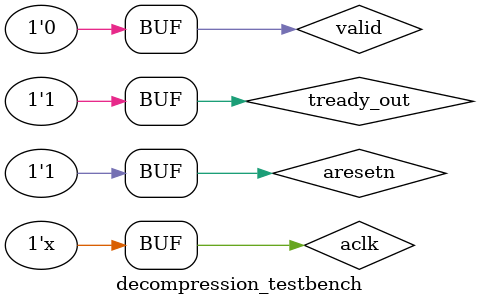
<source format=v>
`timescale 1ns / 1ps


module decompression_testbench(
    );
    
// this module will read test packets from BRAM and 
// convert them into AXIS traffic, which will be 
// fed into decompression design
    
reg aclk, aresetn;

// input to DUT
wire [255:0] tdata_in;
wire [31:0] tkeep_in;
wire tvalid_in, tlast_in;
wire tready_in;
// output from DUT
wire [255:0] tdata_out;
wire [31:0] tkeep_out;
wire tvalid_out, tlast_out;
wire tready_out;

assign tready_out = 1'b1;
    
decompression decompression_inst(
    .tdata_in(tdata_in), 
    .tkeep_in(tkeep_in), 
    .tvalid_in(tvalid_in), 
    .tready_in(tready_in), 
    .tlast_in(tlast_in), 
    
    .tdata_out(tdata_out), 
    .tkeep_out(tkeep_out), 
    .tvalid_out(tvalid_out), 
    .tready_out(tready_out), 
    .tlast_out(tlast_out)
);

// interfaces from DMA controller to DMA
wire m_axi_lite_awvalid;
wire m_axi_lite_awready;
wire [9:0] m_axi_lite_awaddr;
wire m_axi_lite_wvalid;
wire m_axi_lite_wready;
wire [31:0] m_axi_lite_wdata;

// interfaces from DMA to SG BRAM
wire [31 : 0] m_axi_sg_awaddr;
wire [7 : 0] m_axi_sg_awlen;
wire [2 : 0] m_axi_sg_awsize;
wire [1 : 0] m_axi_sg_awburst;
wire [2 : 0] m_axi_sg_awprot;
wire [3 : 0] m_axi_sg_awcache;
wire m_axi_sg_awvalid;
wire m_axi_sg_awready;
wire [31 : 0] m_axi_sg_wdata;
wire [3 : 0] m_axi_sg_wstrb;
wire m_axi_sg_wlast;
wire m_axi_sg_wvalid;
wire m_axi_sg_wready;
wire [1 : 0] m_axi_sg_bresp;
wire m_axi_sg_bvalid;
wire m_axi_sg_bready;
wire [31 : 0] m_axi_sg_araddr;
wire [7 : 0] m_axi_sg_arlen;
wire [2 : 0] m_axi_sg_arsize;
wire [1 : 0] m_axi_sg_arburst;
wire [2 : 0] m_axi_sg_arprot;
wire [3 : 0] m_axi_sg_arcache;
wire m_axi_sg_arvalid;
wire m_axi_sg_arready;
wire [31 : 0] m_axi_sg_rdata;
wire [1 : 0] m_axi_sg_rresp;
wire m_axi_sg_rlast;
wire m_axi_sg_rvalid;
wire m_axi_sg_rready;

// interfaces from DMA to data BRAM 
wire [31 : 0] m_axi_mm2s_araddr;
wire [7 : 0] m_axi_mm2s_arlen;
wire [2 : 0] m_axi_mm2s_arsize;
wire [1 : 0] m_axi_mm2s_arburst;
wire [2 : 0] m_axi_mm2s_arprot;
wire [3 : 0] m_axi_mm2s_arcache;
wire m_axi_mm2s_arvalid;
wire m_axi_mm2s_arready;
wire [255 : 0] m_axi_mm2s_rdata;
wire [1 : 0] m_axi_mm2s_rresp;
wire m_axi_mm2s_rlast;
wire m_axi_mm2s_rvalid;
wire m_axi_mm2s_rready;

wire mm2s_introut;

axi_dma_0 dma (
  .s_axi_lite_aclk(aclk),                // input wire s_axi_lite_aclk
  .m_axi_sg_aclk(aclk),                    // input wire m_axi_sg_aclk
  .m_axi_mm2s_aclk(aclk),                // input wire m_axi_mm2s_aclk
  .axi_resetn(aresetn),                          // input wire axi_resetn
  
  .s_axi_lite_awvalid(m_axi_lite_awvalid),          // input wire s_axi_lite_awvalid
  .s_axi_lite_awready(m_axi_lite_awready),          // output wire s_axi_lite_awready
  .s_axi_lite_awaddr(m_axi_lite_awaddr),            // input wire [9 : 0] s_axi_lite_awaddr
  .s_axi_lite_wvalid(m_axi_lite_wvalid),            // input wire s_axi_lite_wvalid
  .s_axi_lite_wready(m_axi_lite_wready),            // output wire s_axi_lite_wready
  .s_axi_lite_wdata(m_axi_lite_wdata),              // input wire [31 : 0] s_axi_lite_wdata
  .s_axi_lite_bresp(),              // output wire [1 : 0] s_axi_lite_bresp
  .s_axi_lite_bvalid(),            // output wire s_axi_lite_bvalid
  .s_axi_lite_bready(1'b1),            // input wire s_axi_lite_bready
  .s_axi_lite_arvalid(1'b0),          // input wire s_axi_lite_arvalid
  .s_axi_lite_arready(),          // output wire s_axi_lite_arready
  .s_axi_lite_araddr(10'b0),            // input wire [9 : 0] s_axi_lite_araddr
  .s_axi_lite_rvalid(),            // output wire s_axi_lite_rvalid
  .s_axi_lite_rready(1'b1),            // input wire s_axi_lite_rready
  .s_axi_lite_rdata(),              // output wire [31 : 0] s_axi_lite_rdata
  .s_axi_lite_rresp(),              // output wire [1 : 0] s_axi_lite_rresp
  
  .m_axi_sg_awaddr(m_axi_sg_awaddr),                // output wire [31 : 0] m_axi_sg_awaddr
  .m_axi_sg_awlen(m_axi_sg_awlen),                  // output wire [7 : 0] m_axi_sg_awlen
  .m_axi_sg_awsize(m_axi_sg_awsize),                // output wire [2 : 0] m_axi_sg_awsize
  .m_axi_sg_awburst(m_axi_sg_awburst),              // output wire [1 : 0] m_axi_sg_awburst
  .m_axi_sg_awprot(m_axi_sg_awprot),                // output wire [2 : 0] m_axi_sg_awprot
  .m_axi_sg_awcache(m_axi_sg_awcache),              // output wire [3 : 0] m_axi_sg_awcache
  .m_axi_sg_awvalid(m_axi_sg_awvalid),              // output wire m_axi_sg_awvalid
  .m_axi_sg_awready(m_axi_sg_awready),              // input wire m_axi_sg_awready
  .m_axi_sg_wdata(m_axi_sg_wdata),                  // output wire [31 : 0] m_axi_sg_wdata
  .m_axi_sg_wstrb(m_axi_sg_wstrb),                  // output wire [3 : 0] m_axi_sg_wstrb
  .m_axi_sg_wlast(m_axi_sg_wlast),                  // output wire m_axi_sg_wlast
  .m_axi_sg_wvalid(m_axi_sg_wvalid),                // output wire m_axi_sg_wvalid
  .m_axi_sg_wready(m_axi_sg_wready),                // input wire m_axi_sg_wready
  .m_axi_sg_bresp(m_axi_sg_bresp),                  // input wire [1 : 0] m_axi_sg_bresp
  .m_axi_sg_bvalid(m_axi_sg_bvalid),                // input wire m_axi_sg_bvalid
  .m_axi_sg_bready(m_axi_sg_bready),                // output wire m_axi_sg_bready
  .m_axi_sg_araddr(m_axi_sg_araddr),                // output wire [31 : 0] m_axi_sg_araddr
  .m_axi_sg_arlen(m_axi_sg_arlen),                  // output wire [7 : 0] m_axi_sg_arlen
  .m_axi_sg_arsize(m_axi_sg_arsize),                // output wire [2 : 0] m_axi_sg_arsize
  .m_axi_sg_arburst(m_axi_sg_arburst),              // output wire [1 : 0] m_axi_sg_arburst
  .m_axi_sg_arprot(m_axi_sg_arprot),                // output wire [2 : 0] m_axi_sg_arprot
  .m_axi_sg_arcache(m_axi_sg_arcache),              // output wire [3 : 0] m_axi_sg_arcache
  .m_axi_sg_arvalid(m_axi_sg_arvalid),              // output wire m_axi_sg_arvalid
  .m_axi_sg_arready(m_axi_sg_arready),              // input wire m_axi_sg_arready
  .m_axi_sg_rdata(m_axi_sg_rdata),                  // input wire [31 : 0] m_axi_sg_rdata
  .m_axi_sg_rresp(m_axi_sg_rresp),                  // input wire [1 : 0] m_axi_sg_rresp
  .m_axi_sg_rlast(m_axi_sg_rlast),                  // input wire m_axi_sg_rlast
  .m_axi_sg_rvalid(m_axi_sg_rvalid),                // input wire m_axi_sg_rvalid
  .m_axi_sg_rready(m_axi_sg_rready),                // output wire m_axi_sg_rready
  
  .m_axi_mm2s_araddr(m_axi_mm2s_araddr),            // output wire [31 : 0] m_axi_mm2s_araddr
  .m_axi_mm2s_arlen(m_axi_mm2s_arlen),              // output wire [7 : 0] m_axi_mm2s_arlen
  .m_axi_mm2s_arsize(m_axi_mm2s_arsize),            // output wire [2 : 0] m_axi_mm2s_arsize
  .m_axi_mm2s_arburst(m_axi_mm2s_arburst),          // output wire [1 : 0] m_axi_mm2s_arburst
  .m_axi_mm2s_arprot(m_axi_mm2s_arprot),            // output wire [2 : 0] m_axi_mm2s_arprot
  .m_axi_mm2s_arcache(m_axi_mm2s_arcache),          // output wire [3 : 0] m_axi_mm2s_arcache
  .m_axi_mm2s_arvalid(m_axi_mm2s_arvalid),          // output wire m_axi_mm2s_arvalid
  .m_axi_mm2s_arready(m_axi_mm2s_arready),          // input wire m_axi_mm2s_arready
  .m_axi_mm2s_rdata(m_axi_mm2s_rdata),              // input wire [255 : 0] m_axi_mm2s_rdata
  .m_axi_mm2s_rresp(m_axi_mm2s_rresp),              // input wire [1 : 0] m_axi_mm2s_rresp
  .m_axi_mm2s_rlast(m_axi_mm2s_rlast),              // input wire m_axi_mm2s_rlast
  .m_axi_mm2s_rvalid(m_axi_mm2s_rvalid),            // input wire m_axi_mm2s_rvalid
  .m_axi_mm2s_rready(m_axi_mm2s_rready),            // output wire m_axi_mm2s_rready
  
  .mm2s_prmry_reset_out_n(),  // output wire mm2s_prmry_reset_out_n
  
  .m_axis_mm2s_tdata(tdata_in),            // output wire [255 : 0] m_axis_mm2s_tdata
  .m_axis_mm2s_tkeep(tkeep_in),            // output wire [31 : 0] m_axis_mm2s_tkeep
  .m_axis_mm2s_tvalid(tvalid_in),          // output wire m_axis_mm2s_tvalid
  .m_axis_mm2s_tready(tready_in),          // input wire m_axis_mm2s_tready
  .m_axis_mm2s_tlast(tlast_in),            // output wire m_axis_mm2s_tlast
  
  .mm2s_introut(mm2s_introut),                      // output wire mm2s_introut
  .axi_dma_tstvec()                  // output wire [31 : 0] axi_dma_tstvec
);

blk_mem_gen_0 bram (
  .s_aclk(aclk),                // input wire s_aclk
  .s_aresetn(aresetn),          // input wire s_aresetn
  
  .s_axi_awid(4'b0),        // input wire [3 : 0] s_axi_awid
  .s_axi_awaddr(32'b0),    // input wire [31 : 0] s_axi_awaddr
  .s_axi_awlen(8'b0),      // input wire [7 : 0] s_axi_awlen
  .s_axi_awsize(3'b0),    // input wire [2 : 0] s_axi_awsize
  .s_axi_awburst(2'b0),  // input wire [1 : 0] s_axi_awburst
  .s_axi_awvalid(1'b0),  // input wire s_axi_awvalid
  .s_axi_awready(),  // output wire s_axi_awready
  .s_axi_wdata(256'b0),      // input wire [255 : 0] s_axi_wdata
  .s_axi_wstrb(32'b0),      // input wire [31 : 0] s_axi_wstrb
  .s_axi_wlast(1'b0),      // input wire s_axi_wlast
  .s_axi_wvalid(1'b0),    // input wire s_axi_wvalid
  .s_axi_wready(),    // output wire s_axi_wready
  .s_axi_bid(),          // output wire [3 : 0] s_axi_bid
  .s_axi_bresp(),      // output wire [1 : 0] s_axi_bresp
  .s_axi_bvalid(),    // output wire s_axi_bvalid
  .s_axi_bready(1'b1),    // input wire s_axi_bready
  
  .s_axi_arid(4'b0),        // input wire [3 : 0] s_axi_arid
  .s_axi_araddr(m_axi_mm2s_araddr),    // input wire [31 : 0] s_axi_araddr
  .s_axi_arlen(m_axi_mm2s_arlen),      // input wire [7 : 0] s_axi_arlen
  .s_axi_arsize(m_axi_mm2s_arsize),    // input wire [2 : 0] s_axi_arsize
  .s_axi_arburst(m_axi_mm2s_arburst),  // input wire [1 : 0] s_axi_arburst
  .s_axi_arvalid(m_axi_mm2s_arvalid),  // input wire s_axi_arvalid
  .s_axi_arready(m_axi_mm2s_arready),  // output wire s_axi_arready
  .s_axi_rid(),          // output wire [3 : 0] s_axi_rid
  .s_axi_rdata(m_axi_mm2s_rdata),      // output wire [255 : 0] s_axi_rdata
  .s_axi_rresp(m_axi_mm2s_rresp),      // output wire [1 : 0] s_axi_rresp
  .s_axi_rlast(m_axi_mm2s_rlast),      // output wire s_axi_rlast
  .s_axi_rvalid(m_axi_mm2s_rvalid),    // output wire s_axi_rvalid
  .s_axi_rready(m_axi_mm2s_rready)    // input wire s_axi_rready
);

blk_mem_gen_1 sg_bram (
  .s_aclk(aclk),                // input wire s_aclk
  .s_aresetn(aresetn),          // input wire s_aresetn
  
  .s_axi_awid(4'b0),        // input wire [3 : 0] s_axi_awid
  .s_axi_awaddr(m_axi_sg_awaddr),    // input wire [31 : 0] s_axi_awaddr
  .s_axi_awlen(m_axi_sg_awlen),      // input wire [7 : 0] s_axi_awlen
  .s_axi_awsize(m_axi_sg_awsize),    // input wire [2 : 0] s_axi_awsize
  .s_axi_awburst(m_axi_sg_awburst),  // input wire [1 : 0] s_axi_awburst
  .s_axi_awvalid(m_axi_sg_awvalid),  // input wire s_axi_awvalid
  .s_axi_awready(m_axi_sg_awready),  // output wire s_axi_awready
  .s_axi_wdata(m_axi_sg_wdata),      // input wire [31 : 0] s_axi_wdata
  .s_axi_wstrb(m_axi_sg_wstrb),      // input wire [3 : 0] s_axi_wstrb
  .s_axi_wlast(m_axi_sg_wlast),      // input wire s_axi_wlast
  .s_axi_wvalid(m_axi_sg_wvalid),    // input wire s_axi_wvalid
  .s_axi_wready(m_axi_sg_wready),    // output wire s_axi_wready
  .s_axi_bid(),          // output wire [3 : 0] s_axi_bid
  .s_axi_bresp(m_axi_sg_bresp),      // output wire [1 : 0] s_axi_bresp
  .s_axi_bvalid(m_axi_sg_bvalid),    // output wire s_axi_bvalid
  .s_axi_bready(m_axi_sg_bready),    // input wire s_axi_bready
  
  .s_axi_arid(4'b0),        // input wire [3 : 0] s_axi_arid
  .s_axi_araddr(m_axi_sg_araddr),    // input wire [31 : 0] s_axi_araddr
  .s_axi_arlen(m_axi_sg_arlen),      // input wire [7 : 0] s_axi_arlen
  .s_axi_arsize(m_axi_sg_arsize),    // input wire [2 : 0] s_axi_arsize
  .s_axi_arburst(m_axi_sg_arburst),  // input wire [1 : 0] s_axi_arburst
  .s_axi_arvalid(m_axi_sg_arvalid),  // input wire s_axi_arvalid
  .s_axi_arready(m_axi_sg_arready),  // output wire s_axi_arready
  .s_axi_rid(),          // output wire [3 : 0] s_axi_rid
  .s_axi_rdata(m_axi_sg_rdata),      // output wire [31 : 0] s_axi_rdata
  .s_axi_rresp(m_axi_sg_rresp),      // output wire [1 : 0] s_axi_rresp
  .s_axi_rlast(m_axi_sg_rlast),      // output wire s_axi_rlast
  .s_axi_rvalid(m_axi_sg_rvalid),    // output wire s_axi_rvalid
  .s_axi_rready(m_axi_sg_rready)    // input wire s_axi_rready
);

reg valid;
wire finish;

dma_controller dma_controller_inst(
    .aclk(aclk), 
    .aresetn(aresetn),
    
    .valid(valid),
    .introut(mm2s_introut), 
    .finish(finish),  
    
    .m_axi_lite_awvalid(m_axi_lite_awvalid), 
    .m_axi_lite_awready(m_axi_lite_awready), 
    .m_axi_lite_awaddr(m_axi_lite_awaddr), 
    .m_axi_lite_wvalid(m_axi_lite_wvalid), 
    .m_axi_lite_wready(m_axi_lite_wready), 
    .m_axi_lite_wdata(m_axi_lite_wdata)    
);

always #5 aclk = ~aclk;

initial begin
    aclk = 1'b0;
    aresetn = 1'b0;
    valid = 1'b0;
    #105;
    aresetn = 1'b1;
    #10;
    valid = 1'b1;
    #10; 
    valid = 1'b0;
end



endmodule

</source>
